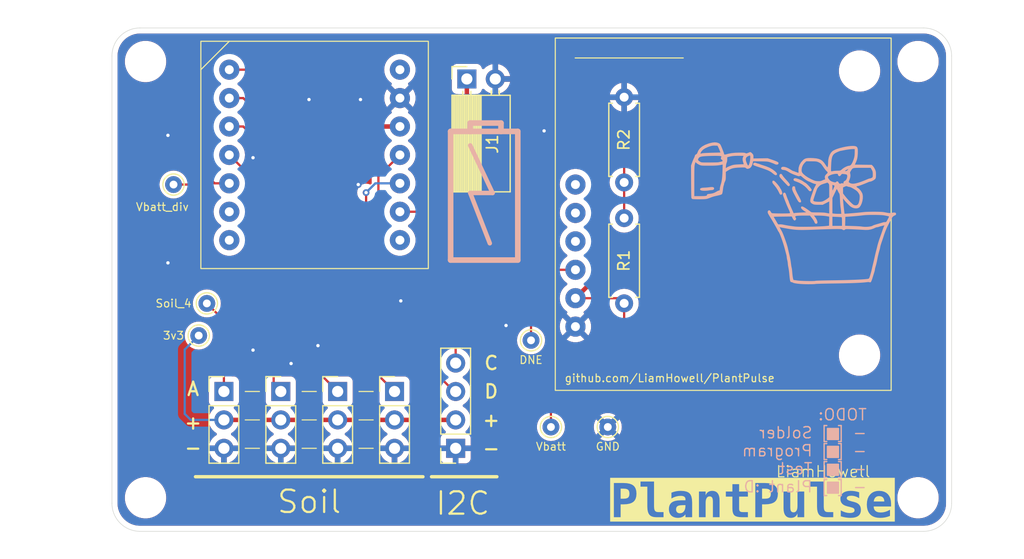
<source format=kicad_pcb>
(kicad_pcb (version 20240108) (generator "pcbnew") (generator_version "8.0")
  (layers (0 "F.Cu" signal) (31 "B.Cu" signal) (34 "B.Paste" user) (35 "F.Paste" user) (36 "B.SilkS" user "B.Silkscreen") (37 "F.SilkS" user "F.Silkscreen") (38 "B.Mask" user) (39 "F.Mask" user) (44 "Edge.Cuts" user))
  (net 0 "")
  (net 1 "GND")
  (net 2 "VBAT")
  (net 3 "+3V3")
  (net 4 "/Soil_A_Out1")
  (net 5 "/Soil_A_Out2")
  (net 6 "/Soil_A_Out3")
  (net 7 "/Soil_A_Out4")
  (net 8 "/SDA")
  (net 9 "/SCL")
  (net 10 "/Vbatt_Sense")
  (net 11 "/DONE")
  (footprint "TestPoint:TestPoint_THTPad_D1.5mm_Drill0.7mm" (layer "F.Cu") (at 38 87.5)
    (property "Reference" "TP6" (hide yes))
    (property "Value" "3v3" (at -2.25 0 0) (layer "F.SilkS") (effects (font (size 0.7 0.7) (thickness 0.1))))
    (pad "1" thru_hole circle (at 0 0) (size 1.5 1.5) (drill 0.7) (layers "*.Cu" "*.Mask") (net 3 "+3V3"))
  )
  (footprint "Connector_PinHeader_2.54mm:PinHeader_1x03_P2.54mm_Vertical" (layer "F.Cu") (at 45.33 92.5)
    (property "Reference" "J4" (hide yes))
    (property "Value" "Soil_Sensor3")
    (pad "1" thru_hole rect (at 0 0) (size 1.7 1.7) (drill 1) (layers "*.Cu" "*.Mask") (net 6 "/Soil_A_Out3"))
    (pad "2" thru_hole oval (at 0 2.54) (size 1.7 1.7) (drill 1) (layers "*.Cu" "*.Mask") (net 3 "+3V3"))
    (pad "3" thru_hole oval (at 0 5.08) (size 1.7 1.7) (drill 1) (layers "*.Cu" "*.Mask") (net 1 "GND"))
  )
  (footprint "Resistor_THT:R_Axial_DIN0207_L6.3mm_D2.5mm_P7.62mm_Horizontal" (layer "F.Cu") (at 76 84.62 90)
    (property "Reference" "R1" (at 3.81 -0.024 90) (layer "F.SilkS"))
    (property "Value" "10k")
    (pad "1" thru_hole circle (at 0 0 90) (size 1.6 1.6) (drill 0.8) (layers "*.Cu" "*.Mask") (net 2 "VBAT"))
    (pad "2" thru_hole oval (at 7.62 0 90) (size 1.6 1.6) (drill 0.8) (layers "*.Cu" "*.Mask") (net 10 "/Vbatt_Sense"))
  )
  (footprint "Connector_PinSocket_2.54mm:PinSocket_1x02_P2.54mm_Horizontal" (layer "F.Cu") (at 61.95 64.56 90)
    (property "Reference" "J1" (at -5.816 2.276 90) (layer "F.SilkS"))
    (property "Value" "Xiao_Batt_Conn")
    (pad "1" thru_hole rect (at 0 0 90) (size 1.7 1.7) (drill 1) (layers "*.Cu" "*.Mask") (net 2 "VBAT"))
    (pad "2" thru_hole oval (at 0 2.54 90) (size 1.7 1.7) (drill 1) (layers "*.Cu" "*.Mask") (net 1 "GND"))
  )
  (footprint "Connector_PinHeader_2.54mm:PinHeader_1x03_P2.54mm_Vertical" (layer "F.Cu") (at 55.49 92.5)
    (property "Reference" "J2" (hide yes))
    (property "Value" "Soil_Sensor1")
    (pad "1" thru_hole rect (at 0 0) (size 1.7 1.7) (drill 1) (layers "*.Cu" "*.Mask") (net 4 "/Soil_A_Out1"))
    (pad "2" thru_hole oval (at 0 2.54) (size 1.7 1.7) (drill 1) (layers "*.Cu" "*.Mask") (net 3 "+3V3"))
    (pad "3" thru_hole oval (at 0 5.08) (size 1.7 1.7) (drill 1) (layers "*.Cu" "*.Mask") (net 1 "GND"))
  )
  (footprint "MountingHole:MountingHole_3.2mm_M3" (layer "F.Cu") (at 102.25 63)
    (property "Reference" "REF**" (hide yes))
    (property "Value" "MountingHole_3.2mm_M3")
    (pad "" np_thru_hole circle (at 0 0) (size 3.2 3.2) (drill 3.2) (layers "*.Cu" "*.Mask"))
  )
  (footprint "TestPoint:TestPoint_THTPad_D1.5mm_Drill0.7mm" (layer "F.Cu") (at 69.46 95.675)
    (property "Reference" "TP1" (hide yes))
    (property "Value" "Vbatt" (at 0 1.75 0) (layer "F.SilkS") (effects (font (size 0.7 0.7) (thickness 0.1))))
    (pad "1" thru_hole circle (at 0 0) (size 1.5 1.5) (drill 0.7) (layers "*.Cu" "*.Mask") (net 2 "VBAT"))
  )
  (footprint "Footprints-General:Xiao-S3" (layer "F.Cu") (at 38.19 61.19)
    (property "Reference" "U1" (hide yes))
    (property "Value" "Xiao ESP32-S3")
    (pad "1" thru_hole circle (at 2.54 2.54) (size 1.8 1.8) (drill 0.8) (layers "*.Cu" "*.Mask") (net 4 "/Soil_A_Out1"))
    (pad "2" thru_hole circle (at 2.54 5.08) (size 1.8 1.8) (drill 0.8) (layers "*.Cu" "*.Mask") (net 5 "/Soil_A_Out2"))
    (pad "3" thru_hole circle (at 2.54 7.62) (size 1.8 1.8) (drill 0.8) (layers "*.Cu" "*.Mask") (net 6 "/Soil_A_Out3"))
    (pad "4" thru_hole circle (at 2.54 10.16) (size 1.8 1.8) (drill 0.8) (layers "*.Cu" "*.Mask") (net 7 "/Soil_A_Out4"))
    (pad "5" thru_hole circle (at 2.54 12.7) (size 1.8 1.8) (drill 0.8) (layers "*.Cu" "*.Mask") (net 10 "/Vbatt_Sense"))
    (pad "6" thru_hole circle (at 2.54 15.24) (size 1.8 1.8) (drill 0.8) (layers "*.Cu" "*.Mask"))
    (pad "7" thru_hole circle (at 2.54 17.78) (size 1.8 1.8) (drill 0.8) (layers "*.Cu" "*.Mask"))
    (pad "8" thru_hole circle (at 17.78 2.54) (size 1.8 1.8) (drill 0.8) (layers "*.Cu" "*.Mask"))
    (pad "9" thru_hole circle (at 17.78 5.08) (size 1.8 1.8) (drill 0.8) (layers "*.Cu" "*.Mask") (net 1 "GND"))
    (pad "10" thru_hole circle (at 17.78 7.62) (size 1.8 1.8) (drill 0.8) (layers "*.Cu" "*.Mask") (net 3 "+3V3"))
    (pad "11" thru_hole circle (at 17.78 10.16) (size 1.8 1.8) (drill 0.8) (layers "*.Cu" "*.Mask") (net 9 "/SCL"))
    (pad "12" thru_hole circle (at 17.78 12.7) (size 1.8 1.8) (drill 0.8) (layers "*.Cu" "*.Mask") (net 8 "/SDA"))
    (pad "13" thru_hole circle (at 17.78 15.24) (size 1.8 1.8) (drill 0.8) (layers "*.Cu" "*.Mask") (net 11 "/DONE"))
    (pad "14" thru_hole circle (at 17.78 17.78) (size 1.8 1.8) (drill 0.8) (layers "*.Cu" "*.Mask"))
  )
  (footprint "MountingHole:MountingHole_3.2mm_M3" (layer "F.Cu") (at 102.25 102)
    (property "Reference" "REF**" (hide yes))
    (property "Value" "MountingHole_3.2mm_M3")
    (pad "" np_thru_hole circle (at 0 0) (size 3.2 3.2) (drill 3.2) (layers "*.Cu" "*.Mask"))
  )
  (footprint "Connector_PinHeader_2.54mm:PinHeader_1x03_P2.54mm_Vertical" (layer "F.Cu") (at 50.41 92.5)
    (property "Reference" "J3" (hide yes))
    (property "Value" "Soil_Sensor2")
    (pad "1" thru_hole rect (at 0 0) (size 1.7 1.7) (drill 1) (layers "*.Cu" "*.Mask") (net 5 "/Soil_A_Out2"))
    (pad "2" thru_hole oval (at 0 2.54) (size 1.7 1.7) (drill 1) (layers "*.Cu" "*.Mask") (net 3 "+3V3"))
    (pad "3" thru_hole oval (at 0 5.08) (size 1.7 1.7) (drill 1) (layers "*.Cu" "*.Mask") (net 1 "GND"))
  )
  (footprint "MountingHole:MountingHole_3.2mm_M3" (layer "F.Cu") (at 33.25 63)
    (property "Reference" "REF**" (hide yes))
    (property "Value" "MountingHole_3.2mm_M3")
    (pad "" np_thru_hole circle (at 0 0) (size 3.2 3.2) (drill 3.2) (layers "*.Cu" "*.Mask"))
  )
  (footprint "TestPoint:TestPoint_THTPad_D1.5mm_Drill0.7mm" (layer "F.Cu") (at 35.75 74)
    (property "Reference" "TP2" (hide yes))
    (property "Value" "Vbatt_div" (at -1 2 0) (layer "F.SilkS") (effects (font (size 0.7 0.7) (thickness 0.1))))
    (pad "1" thru_hole circle (at 0 0) (size 1.5 1.5) (drill 0.7) (layers "*.Cu" "*.Mask") (net 10 "/Vbatt_Sense"))
  )
  (footprint "TestPoint:TestPoint_THTPad_D1.5mm_Drill0.7mm" (layer "F.Cu") (at 67.682 87.928)
    (property "Reference" "TP4" (hide yes))
    (property "Value" "DNE" (at 0 1.75 0) (layer "F.SilkS") (effects (font (size 0.7 0.7) (thickness 0.1))))
    (pad "1" thru_hole circle (at 0 0) (size 1.5 1.5) (drill 0.7) (layers "*.Cu" "*.Mask") (net 11 "/DONE"))
  )
  (footprint "TestPoint:TestPoint_THTPad_D1.5mm_Drill0.7mm" (layer "F.Cu") (at 74.54 95.675)
    (property "Reference" "TP5" (hide yes))
    (property "Value" "GND" (at 0 1.75 0) (layer "F.SilkS") (effects (font (size 0.7 0.7) (thickness 0.1))))
    (pad "1" thru_hole circle (at 0 0) (size 1.5 1.5) (drill 0.7) (layers "*.Cu" "*.Mask") (net 1 "GND"))
  )
  (footprint "Connector_PinHeader_2.54mm:PinHeader_1x03_P2.54mm_Vertical" (layer "F.Cu") (at 40.25 92.5)
    (property "Reference" "J5" (hide yes))
    (property "Value" "Soil_Sensor4")
    (pad "1" thru_hole rect (at 0 0) (size 1.7 1.7) (drill 1) (layers "*.Cu" "*.Mask") (net 7 "/Soil_A_Out4"))
    (pad "2" thru_hole oval (at 0 2.54) (size 1.7 1.7) (drill 1) (layers "*.Cu" "*.Mask") (net 3 "+3V3"))
    (pad "3" thru_hole oval (at 0 5.08) (size 1.7 1.7) (drill 1) (layers "*.Cu" "*.Mask") (net 1 "GND"))
  )
  (footprint "MountingHole:MountingHole_3.2mm_M3" (layer "F.Cu") (at 33.25 102)
    (property "Reference" "REF**" (hide yes))
    (property "Value" "MountingHole_3.2mm_M3")
    (pad "" np_thru_hole circle (at 0 0) (size 3.2 3.2) (drill 3.2) (layers "*.Cu" "*.Mask"))
  )
  (footprint "Footprints-General:Nano Power Timer" (layer "F.Cu") (at 69.85 92.4 90)
    (property "Reference" "U2" (hide yes))
    (property "Value" "Power Timer")
    (pad "" np_thru_hole circle (at 3.15 27.178 90) (size 3.2 3.2) (drill 3.2) (layers "F&B.Cu" "*.Mask"))
    (pad "" np_thru_hole circle (at 28.55 27.178 90) (size 3.2 3.2) (drill 3.2) (layers "F&B.Cu" "*.Mask"))
    (pad "1" thru_hole circle (at 5.7 1.8 90) (size 1.8 1.8) (drill 0.8) (layers "*.Cu" "*.Mask") (net 1 "GND"))
    (pad "2" thru_hole circle (at 8.24 1.8 90) (size 1.8 1.8) (drill 0.8) (layers "*.Cu" "*.Mask") (net 2 "VBAT"))
    (pad "3" thru_hole circle (at 10.78 1.8 90) (size 1.8 1.8) (drill 0.8) (layers "*.Cu" "*.Mask") (net 11 "/DONE"))
    (pad "4" thru_hole circle (at 13.32 1.8 90) (size 1.8 1.8) (drill 0.8) (layers "*.Cu" "*.Mask"))
    (pad "5" thru_hole circle (at 15.86 1.8 90) (size 1.8 1.8) (drill 0.8) (layers "*.Cu" "*.Mask"))
    (pad "6" thru_hole circle (at 18.4 1.8 90) (size 1.8 1.8) (drill 0.8) (layers "*.Cu" "*.Mask"))
  )
  (footprint "Connector_PinSocket_2.54mm:PinSocket_1x04_P2.54mm_Vertical" (layer "F.Cu") (at 60.95 97.58 180)
    (property "Reference" "J6" (hide yes))
    (property "Value" "I2C_Port")
    (pad "1" thru_hole rect (at 0 0 180) (size 1.7 1.7) (drill 1) (layers "*.Cu" "*.Mask") (net 1 "GND"))
    (pad "2" thru_hole oval (at 0 2.54 180) (size 1.7 1.7) (drill 1) (layers "*.Cu" "*.Mask") (net 3 "+3V3"))
    (pad "3" thru_hole oval (at 0 5.08 180) (size 1.7 1.7) (drill 1) (layers "*.Cu" "*.Mask") (net 8 "/SDA"))
    (pad "4" thru_hole oval (at 0 7.62 180) (size 1.7 1.7) (drill 1) (layers "*.Cu" "*.Mask") (net 9 "/SCL"))
  )
  (footprint "TestPoint:TestPoint_THTPad_D1.5mm_Drill0.7mm" (layer "F.Cu") (at 38.726 84.626)
    (property "Reference" "TP7" (hide yes))
    (property "Value" "Soil_4" (at -2.976 0 0) (layer "F.SilkS") (effects (font (size 0.7 0.7) (thickness 0.1))))
    (pad "1" thru_hole circle (at 0 0) (size 1.5 1.5) (drill 0.7) (layers "*.Cu" "*.Mask") (net 7 "/Soil_A_Out4"))
  )
  (footprint "Resistor_THT:R_Axial_DIN0207_L6.3mm_D2.5mm_P7.62mm_Horizontal" (layer "F.Cu") (at 76 73.81 90)
    (property "Reference" "R2" (at 3.81 -0.024 90) (layer "F.SilkS"))
    (property "Value" "10k")
    (pad "1" thru_hole circle (at 0 0 90) (size 1.6 1.6) (drill 0.8) (layers "*.Cu" "*.Mask") (net 10 "/Vbatt_Sense"))
    (pad "2" thru_hole oval (at 7.62 0 90) (size 1.6 1.6) (drill 0.8) (layers "*.Cu" "*.Mask") (net 1 "GND"))
  )
  (footprint "Footprints-General:plantpulse-artwork" (layer "B.Cu") (at 91.25 76.3 180)
    (property "Reference" "G***" (hide yes))
    (property "Value" "LOGO" (hide yes))
  )
  (gr_rect (start 94.15 97.4) (end 95.15 98.4) (stroke (width 0.1)) (fill solid) (layer "B.SilkS"))
  (gr_line (start 66.5 80.75) (end 60.5 80.75) (stroke (width 0.5)) (layer "B.SilkS"))
  (gr_line (start 62.25 69.25) (end 62.25 68.5) (stroke (width 0.5)) (layer "B.SilkS"))
  (gr_line (start 64.25 74.75) (end 62.25 70.5) (stroke (width 0.4)) (layer "B.SilkS"))
  (gr_line (start 65 68.5) (end 65 69.25) (stroke (width 0.5)) (layer "B.SilkS"))
  (gr_line (start 60.5 80.75) (end 60.5 69.25) (stroke (width 0.5)) (layer "B.SilkS"))
  (gr_rect (start 94.15 95.8) (end 95.15 96.8) (stroke (width 0.1)) (fill solid) (layer "B.SilkS"))
  (gr_line (start 64 79.25) (end 62.25 74.75) (stroke (width 0.4)) (layer "B.SilkS"))
  (gr_line (start 62.25 74.75) (end 64.25 74.75) (stroke (width 0.4)) (layer "B.SilkS"))
  (gr_line (start 66.5 69.25) (end 66.5 80.75) (stroke (width 0.5)) (layer "B.SilkS"))
  (gr_rect (start 94.15 99) (end 95.15 100) (stroke (width 0.1)) (fill solid) (layer "B.SilkS"))
  (gr_line (start 62.25 68.5) (end 65 68.5) (stroke (width 0.5)) (layer "B.SilkS"))
  (gr_rect (start 94.15 100.6) (end 95.15 101.6) (stroke (width 0.1)) (fill solid) (layer "B.SilkS"))
  (gr_line (start 60.5 69.25) (end 66.5 69.25) (stroke (width 0.5)) (layer "B.SilkS"))
  (gr_line (start 42.155 92.5) (end 43.425 92.5) (stroke (width 0.1)) (layer "F.SilkS"))
  (gr_line (start 47.235 95.04) (end 48.505 95.04) (stroke (width 0.1)) (layer "F.SilkS"))
  (gr_line (start 47.235 92.5) (end 48.505 92.5) (stroke (width 0.1)) (layer "F.SilkS"))
  (gr_line (start 47.235 97.58) (end 48.505 97.58) (stroke (width 0.1)) (layer "F.SilkS"))
  (gr_line (start 37.71 100.12) (end 58.03 100.12) (stroke (width 0.3)) (layer "F.SilkS"))
  (gr_line (start 42.155 95.04) (end 43.425 95.04) (stroke (width 0.1)) (layer "F.SilkS"))
  (gr_line (start 64.634 100.12) (end 58.792 100.12) (stroke (width 0.3)) (layer "F.SilkS"))
  (gr_line (start 52.315 92.5) (end 53.585 92.5) (stroke (width 0.1)) (layer "F.SilkS"))
  (gr_line (start 42.155 97.58) (end 43.425 97.58) (stroke (width 0.1)) (layer "F.SilkS"))
  (gr_line (start 52.315 95.04) (end 53.585 95.04) (stroke (width 0.1)) (layer "F.SilkS"))
  (gr_line (start 52.315 97.58) (end 53.585 97.58) (stroke (width 0.1)) (layer "F.SilkS"))
  (gr_arc (start 32.75 105) (mid 30.982233 104.267767) (end 30.25 102.5) (stroke (width 0.05)) (layer "Edge.Cuts"))
  (gr_line (start 30.25 62.5) (end 30.25 102.5) (stroke (width 0.05)) (layer "Edge.Cuts"))
  (gr_arc (start 30.25 62.5) (mid 30.982233 60.732233) (end 32.75 60) (stroke (width 0.05)) (layer "Edge.Cuts"))
  (gr_line (start 105.25 102.5) (end 105.25 62.5) (stroke (width 0.05)) (layer "Edge.Cuts"))
  (gr_arc (start 102.75 60) (mid 104.517767 60.732233) (end 105.25 62.5) (stroke (width 0.05)) (layer "Edge.Cuts"))
  (gr_line (start 102.75 60) (end 32.75 60) (stroke (width 0.05)) (layer "Edge.Cuts"))
  (gr_line (start 32.75 105) (end 102.75 105) (stroke (width 0.05)) (layer "Edge.Cuts"))
  (gr_arc (start 105.25 102.5) (mid 104.517767 104.267767) (end 102.75 105) (stroke (width 0.05)) (layer "Edge.Cuts"))
  (gr_text "<3" (at 79.25 65 0) (layer "F.Cu") (effects (font (size 0.7 0.7) (thickness 0.1)) (justify left bottom)))
  (gr_text "TODO:\n- [ ] Solder\n- [ ] Program\n- [ ] Test\n- [ ] Plant :D" (at 97.75 101.6 -0) (layer "B.SilkS") (effects (font (size 1 1) (thickness 0.12)) (justify left bottom mirror)))
  (gr_text "LiamHowell" (at 89.5 100.25 0) (layer "F.SilkS") (effects (font (size 1 1) (thickness 0.1)) (justify left bottom)))
  (gr_text "github.com/LiamHowell/PlantPulse" (at 70.638336 91.718334 0) (layer "F.SilkS") (effects (font (size 0.7 0.7) (thickness 0.1)) (justify left bottom)))
  (gr_text "-" (at 64.126 97.58 0) (layer "F.SilkS") (effects (font (size 1.2 1.2) (thickness 0.2) (bold yes))))
  (gr_text "I2C" (at 61.586 103.676 0) (layer "F.SilkS") (effects (font (size 2 2) (thickness 0.2)) (justify bottom)))
  (gr_text "D" (at 64.126 92.5 0) (layer "F.SilkS") (effects (font (size 1.2 1.2) (thickness 0.2) (bold yes))))
  (gr_text "A" (at 37.5 92.275 0) (layer "F.SilkS") (effects (font (size 1.2 1.2) (thickness 0.2) (bold yes))))
  (gr_text "+" (at 64.126 95.04 0) (layer "F.SilkS") (effects (font (size 1.2 1.2) (thickness 0.2) (bold yes))))
  (gr_text "-" (at 37.5 97.525 0) (layer "F.SilkS") (effects (font (size 1.2 1.2) (thickness 0.2) (bold yes))))
  (gr_text "Soil" (at 47.87 103.525 0) (layer "F.SilkS") (effects (font (size 2 2) (thickness 0.2)) (justify bottom)))
  (gr_text "+" (at 37.5 95.275 0) (layer "F.SilkS") (effects (font (size 1.2 1.2) (thickness 0.2) (bold yes))))
  (gr_text "C" (at 64.126 89.96 0) (layer "F.SilkS") (effects (font (size 1.2 1.2) (thickness 0.2) (bold yes))))
  (gr_text "PlantPulse" (at 74.75 104.25 0) (layer "F.SilkS" knockout) (effects (font (size 3 3) (thickness 0.4) (bold yes)) (justify left bottom)))
  (via (at 35.25 69.6) (size 0.6) (drill 0.3) (layers "F.Cu" "B.Cu") (net 1))
  (via (at 56.05 84.4) (size 0.6) (drill 0.3) (layers "F.Cu" "B.Cu") (net 1))
  (via (at 52.25 74) (size 0.6) (drill 0.3) (layers "F.Cu" "B.Cu") (net 1))
  (via (at 65.45 86.6) (size 0.6) (drill 0.3) (layers "F.Cu" "B.Cu") (net 1))
  (via (at 47.85 66.4) (size 0.6) (drill 0.3) (layers "F.Cu" "B.Cu") (net 1))
  (via (at 42.85 71.6) (size 0.6) (drill 0.3) (layers "F.Cu" "B.Cu") (net 1))
  (via (at 68.85 69.2) (size 0.6) (drill 0.3) (layers "F.Cu" "B.Cu") (net 1))
  (via (at 48.65 88.4) (size 0.6) (drill 0.3) (layers "F.Cu" "B.Cu") (net 1))
  (via (at 46.25 90) (size 0.6) (drill 0.3) (layers "F.Cu" "B.Cu") (net 1))
  (via (at 52.45 66.4) (size 0.6) (drill 0.3) (layers "F.Cu" "B.Cu") (net 1))
  (via (at 35.25 81) (size 0.6) (drill 0.3) (layers "F.Cu" "B.Cu") (net 1))
  (via (at 42.85 88.8) (size 0.6) (drill 0.3) (layers "F.Cu" "B.Cu") (net 1))
  (segment (start 76 87.23) (end 69.46 93.77) (width 0.2) (layer "F.Cu") (net 2))
  (segment (start 75.54 84.16) (end 76 84.62) (width 0.2) (layer "F.Cu") (net 2))
  (segment (start 73.524 82.286) (end 71.65 84.16) (width 0.4) (layer "F.Cu") (net 2))
  (segment (start 61.95 70.6) (end 62.895 71.545) (width 0.4) (layer "F.Cu") (net 2))
  (segment (start 69.46 93.77) (end 69.46 95.675) (width 0.2) (layer "F.Cu") (net 2))
  (segment (start 72.254 71.545) (end 73.524 72.815) (width 0.4) (layer "F.Cu") (net 2))
  (segment (start 71.65 84.16) (end 75.54 84.16) (width 0.2) (layer "F.Cu") (net 2))
  (segment (start 76 84.62) (end 76 87.23) (width 0.2) (layer "F.Cu") (net 2))
  (segment (start 62.895 71.545) (end 72.254 71.545) (width 0.4) (layer "F.Cu") (net 2))
  (segment (start 73.524 72.815) (end 73.524 82.286) (width 0.4) (layer "F.Cu") (net 2))
  (segment (start 61.95 64.56) (end 61.95 70.6) (width 0.4) (layer "F.Cu") (net 2))
  (segment (start 58.665 95.04) (end 60.95 95.04) (width 0.4) (layer "F.Cu") (net 3))
  (segment (start 58.03 94.405) (end 58.03 95.04) (width 0.4) (layer "F.Cu") (net 3))
  (segment (start 40.235 95.025) (end 40.25 95.04) (width 0.2) (layer "F.Cu") (net 3))
  (segment (start 58.03 90.595) (end 58.03 94.405) (width 0.4) (layer "F.Cu") (net 3))
  (segment (start 53.145 68.81) (end 51.045 70.91) (width 0.4) (layer "F.Cu") (net 3))
  (segment (start 58.03 95.04) (end 58.665 95.04) (width 0.4) (layer "F.Cu") (net 3))
  (segment (start 51.045 83.61) (end 58.03 90.595) (width 0.4) (layer "F.Cu") (net 3))
  (segment (start 58.03 94.405) (end 57.395 95.04) (width 0.4) (layer "F.Cu") (net 3))
  (segment (start 40.25 95.04) (end 54.2 95.04) (width 0.4) (layer "F.Cu") (net 3))
  (segment (start 58.03 94.405) (end 58.665 95.04) (width 0.4) (layer "F.Cu") (net 3))
  (segment (start 57.395 95.04) (end 58.03 95.04) (width 0.4) (layer "F.Cu") (net 3))
  (segment (start 51.045 70.91) (end 51.045 83.61) (width 0.4) (layer "F.Cu") (net 3))
  (segment (start 54.2 95.04) (end 57.395 95.04) (width 0.4) (layer "F.Cu") (net 3))
  (segment (start 55.97 68.81) (end 53.145 68.81) (width 0.4) (layer "F.Cu") (net 3))
  (segment (start 37.29 95.04) (end 36.75 94.5) (width 0.2) (layer "B.Cu") (net 3))
  (segment (start 36.75 94.5) (end 36.75 88.75) (width 0.2) (layer "B.Cu") (net 3))
  (segment (start 40.25 95.04) (end 37.29 95.04) (width 0.2) (layer "B.Cu") (net 3))
  (segment (start 36.75 88.75) (end 38 87.5) (width 0.2) (layer "B.Cu") (net 3))
  (segment (start 55.49 92.5) (end 48.505 85.515) (width 0.2) (layer "F.Cu") (net 4))
  (segment (start 48.505 69.64) (end 42.595 63.73) (width 0.2) (layer "F.Cu") (net 4))
  (segment (start 42.595 63.73) (end 40.73 63.73) (width 0.2) (layer "F.Cu") (net 4))
  (segment (start 48.505 85.515) (end 48.505 69.64) (width 0.2) (layer "F.Cu") (net 4))
  (segment (start 46.6 88.69) (end 46.6 70.89) (width 0.2) (layer "F.Cu") (net 5))
  (segment (start 50.41 92.5) (end 46.6 88.69) (width 0.2) (layer "F.Cu") (net 5))
  (segment (start 46.6 70.89) (end 41.98 66.27) (width 0.2) (layer "F.Cu") (net 5))
  (segment (start 41.98 66.27) (end 40.73 66.27) (width 0.2) (layer "F.Cu") (net 5))
  (segment (start 44.695 71.525) (end 41.98 68.81) (width 0.2) (layer "F.Cu") (net 6))
  (segment (start 44.695 91.865) (end 44.695 71.525) (width 0.2) (layer "F.Cu") (net 6))
  (segment (start 41.98 68.81) (end 40.73 68.81) (width 0.2) (layer "F.Cu") (net 6))
  (segment (start 45.33 92.5) (end 44.695 91.865) (width 0.2) (layer "F.Cu") (net 6))
  (segment (start 42.79 73.41) (end 40.73 71.35) (width 0.2) (layer "F.Cu") (net 7))
  (segment (start 41.012 86.912) (end 41.266 86.912) (width 0.2) (layer "F.Cu") (net 7))
  (segment (start 40.25 92.5) (end 40.25 87.928) (width 0.2) (layer "F.Cu") (net 7))
  (segment (start 41.012 87.166) (end 41.139 87.039) (width 0.2) (layer "F.Cu") (net 7))
  (segment (start 41.266 86.912) (end 42.79 85.388) (width 0.2) (layer "F.Cu") (net 7))
  (segment (start 40.885 86.785) (end 41.012 86.912) (width 0.2) (layer "F.Cu") (net 7))
  (segment (start 40.885 86.785) (end 41.139 87.039) (width 0.2) (layer "F.Cu") (net 7))
  (segment (start 38.726 84.626) (end 40.885 86.785) (width 0.2) (layer "F.Cu") (net 7))
  (segment (start 41.139 87.039) (end 41.266 86.912) (width 0.2) (layer "F.Cu") (net 7))
  (segment (start 42.79 85.388) (end 42.79 73.41) (width 0.2) (layer "F.Cu") (net 7))
  (segment (start 41.012 86.912) (end 41.012 87.166) (width 0.2) (layer "F.Cu") (net 7))
  (segment (start 40.25 87.928) (end 41.012 87.166) (width 0.2) (layer "F.Cu") (net 7))
  (segment (start 60.824 92.5) (end 60.95 92.5) (width 0.2) (layer "F.Cu") (net 8))
  (segment (start 52.95 82.975) (end 59.3 89.325) (width 0.2) (layer "F.Cu") (net 8))
  (segment (start 52.95 74.72) (end 52.95 82.975) (width 0.2) (layer "F.Cu") (net 8))
  (segment (start 59.3 89.325) (end 59.3 90.976) (width 0.2) (layer "F.Cu") (net 8))
  (segment (start 59.3 90.976) (end 60.824 92.5) (width 0.2) (layer "F.Cu") (net 8))
  (via (at 52.95 74.72) (size 0.6) (drill 0.3) (layers "F.Cu" "B.Cu") (net 8))
  (segment (start 52.95 74.72) (end 53.78 73.89) (width 0.2) (layer "B.Cu") (net 8))
  (segment (start 53.78 73.89) (end 55.97 73.89) (width 0.2) (layer "B.Cu") (net 8))
  (segment (start 54.05 80.9) (end 54.05 73.27) (width 0.2) (layer "F.Cu") (net 9))
  (segment (start 60.95 87.8) (end 54.05 80.9) (width 0.2) (layer "F.Cu") (net 9))
  (segment (start 60.95 89.96) (end 60.95 87.8) (width 0.2) (layer "F.Cu") (net 9))
  (segment (start 54.05 73.27) (end 55.97 71.35) (width 0.2) (layer "F.Cu") (net 9))
  (segment (start 66.5 61.6) (end 74.05 69.15) (width 0.2) (layer "F.Cu") (net 10))
  (segment (start 40.73 73.89) (end 39.42 73.89) (width 0.2) (layer "F.Cu") (net 10))
  (segment (start 35.75 74) (end 38.43 74) (width 0.2) (layer "F.Cu") (net 10))
  (segment (start 38.853 73.577) (end 39.107 73.577) (width 0.2) (layer "F.Cu") (net 10))
  (segment (start 39.42 73.89) (end 39.234 73.704) (width 0.2) (layer "F.Cu") (net 10))
  (segment (start 74.05 69.15) (end 74.05 69.2) (width 0.2) (layer "F.Cu") (net 10))
  (segment (start 38.98 73.45) (end 38.98 62.27) (width 0.2) (layer "F.Cu") (net 10))
  (segment (start 76 71.15) (end 76 73.81) (width 0.2) (layer "F.Cu") (net 10))
  (segment (start 38.98 62.27) (end 39.65 61.6) (width 0.2) (layer "F.Cu") (net 10))
  (segment (start 39.107 73.577) (end 39.234 73.704) (width 0.2) (layer "F.Cu") (net 10))
  (segment (start 39.65 61.6) (end 66.5 61.6) (width 0.2) (layer "F.Cu") (net 10))
  (segment (start 74.05 69.2) (end 76 71.15) (width 0.2) (layer "F.Cu") (net 10))
  (segment (start 38.43 74) (end 38.726 73.704) (width 0.2) (layer "F.Cu") (net 10))
  (segment (start 38.726 73.704) (end 38.853 73.577) (width 0.2) (layer "F.Cu") (net 10))
  (segment (start 39.234 73.704) (end 38.98 73.45) (width 0.2) (layer "F.Cu") (net 10))
  (segment (start 38.726 73.704) (end 38.98 73.45) (width 0.2) (layer "F.Cu") (net 10))
  (segment (start 76 77) (end 76 73.81) (width 0.2) (layer "F.Cu") (net 10))
  (segment (start 67.682 81.62) (end 67.476 81.62) (width 0.2) (layer "F.Cu") (net 11))
  (segment (start 67.682 81.876) (end 67.72 81.876) (width 0.2) (layer "F.Cu") (net 11))
  (segment (start 67.476 81.62) (end 66.12 81.62) (width 0.2) (layer "F.Cu") (net 11))
  (segment (start 60.93 76.43) (end 55.97 76.43) (width 0.2) (layer "F.Cu") (net 11))
  (segment (start 67.976 81.62) (end 67.682 81.62) (width 0.2) (layer "F.Cu") (net 11))
  (segment (start 64 79.5) (end 60.93 76.43) (width 0.2) (layer "F.Cu") (net 11))
  (segment (start 71.65 81.62) (end 67.976 81.62) (width 0.2) (layer "F.Cu") (net 11))
  (segment (start 67.682 81.876) (end 67.682 81.62) (width 0.2) (layer "F.Cu") (net 11))
  (segment (start 67.72 81.876) (end 67.976 81.62) (width 0.2) (layer "F.Cu") (net 11))
  (segment (start 67.476 81.67) (end 67.682 81.876) (width 0.2) (layer "F.Cu") (net 11))
  (segment (start 67.682 87.928) (end 67.682 81.876) (width 0.2) (layer "F.Cu") (net 11))
  (segment (start 67.476 81.62) (end 67.476 81.67) (width 0.2) (layer "F.Cu") (net 11))
  (segment (start 66.12 81.62) (end 64 79.5) (width 0.2) (layer "F.Cu") (net 11))
  (zone (net 1) (net_name "GND") (layers "F&B.Cu") (priority 1) (connect_pads (clearance 0.5)) (min_thickness 0.25) (fill yes (thermal_gap 0.5) (thermal_bridge_width 0.5))
    (polygon (pts (xy 20.25 57.5) (xy 107.75 57.5) (xy 107.75 107.5) (xy 27.75 107.5) (xy 27.75 65) (xy 20.25 65)))
  )
)
</source>
